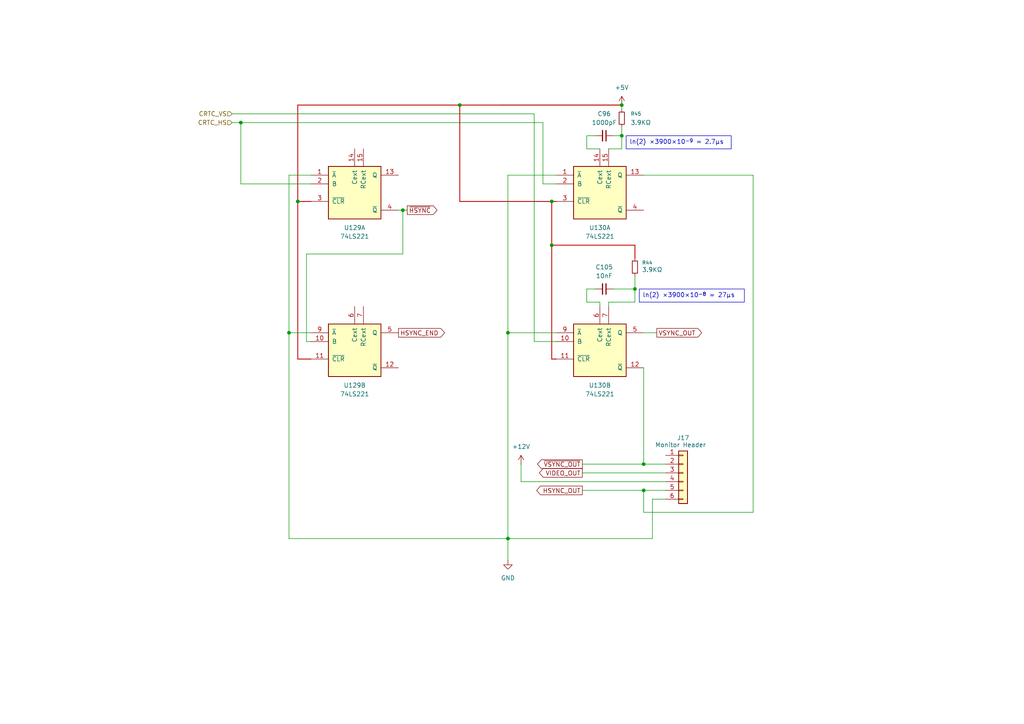
<source format=kicad_sch>
(kicad_sch (version 20250114) (generator "eeschema") (generator_version "9.0")
  (paper "A4")
  (lib_symbols
    (symbol "74xx:74LS221" (pin_names (offset 1.016))
      (property "Reference" "U" (at -7.62 8.89 0))
      (property "Value" "74LS221" (at -7.62 -8.89 0))
      (symbol "74LS221_1_0"
        (pin input line (at -12.7 5.08 0) (length 5.08) (name "~{A}") (number "1"))
        (pin input line (at -12.7 2.54 0) (length 5.08) (name "B") (number "2"))
        (pin input line (at -12.7 -2.54 0) (length 5.08) (name "~{CLR}") (number "3"))
        (pin input line (at 0 12.7 270) (length 5.08) (name "Cext") (number "14"))
        (pin input line (at 2.54 12.7 270) (length 5.08) (name "RCext") (number "15"))
        (pin output line (at 12.7 5.08 180) (length 5.08) (name "Q") (number "13"))
        (pin output line (at 12.7 -5.08 180) (length 5.08) (name "~{Q}") (number "4"))
      )
      (symbol "74LS221_1_1"
        (rectangle (start -7.62 7.62) (end 7.62 -7.62) (stroke (width 0.254)) (fill (type background)))
      )
      (symbol "74LS221_2_0"
        (pin input line (at -12.7 5.08 0) (length 5.08) (name "~{A}") (number "9"))
        (pin input line (at -12.7 2.54 0) (length 5.08) (name "B") (number "10"))
        (pin input line (at -12.7 -2.54 0) (length 5.08) (name "~{CLR}") (number "11"))
        (pin input line (at 0 12.7 270) (length 5.08) (name "Cext") (number "6"))
        (pin input line (at 2.54 12.7 270) (length 5.08) (name "RCext") (number "7"))
        (pin output line (at 12.7 5.08 180) (length 5.08) (name "Q") (number "5"))
        (pin output line (at 12.7 -5.08 180) (length 5.08) (name "~{Q}") (number "12"))
      )
      (symbol "74LS221_2_1"
        (rectangle (start -7.62 7.62) (end 7.62 -7.62) (stroke (width 0.254)) (fill (type background)))
      )
      (symbol "74LS221_3_0"
        (pin power_in line (at 0 12.7 270) (length 5.08) (name "VCC") (number "16"))
        (pin power_in line (at 0 -12.7 90) (length 5.08) (name "GND") (number "8"))
      )
      (symbol "74LS221_3_1"
        (rectangle (start -5.08 7.62) (end 5.08 -7.62) (stroke (width 0.254)) (fill (type background)))
      )
    )
    (symbol "Connector_Generic:Conn_01x06" (pin_names (offset 1.016) (hide yes))
      (property "Reference" "J" (at 0 7.62 0))
      (property "Value" "Conn_01x06" (at 0 -10.16 0))
      (symbol "Conn_01x06_1_1"
        (rectangle (start -1.27 6.35) (end 1.27 -8.89) (stroke (width 0.254)) (fill (type background)))
        (rectangle (start -1.27 5.207) (end 0 4.953) (stroke (width 0.1524)))
        (rectangle (start -1.27 2.667) (end 0 2.413) (stroke (width 0.1524)))
        (rectangle (start -1.27 0.127) (end 0 -0.127) (stroke (width 0.1524)))
        (rectangle (start -1.27 -2.413) (end 0 -2.667) (stroke (width 0.1524)))
        (rectangle (start -1.27 -4.953) (end 0 -5.207) (stroke (width 0.1524)))
        (rectangle (start -1.27 -7.493) (end 0 -7.747) (stroke (width 0.1524)))
        (pin passive line (at -5.08 5.08 0) (length 3.81) (name "Pin_1") (number "1"))
        (pin passive line (at -5.08 2.54 0) (length 3.81) (name "Pin_2") (number "2"))
        (pin passive line (at -5.08 0 0) (length 3.81) (name "Pin_3") (number "3"))
        (pin passive line (at -5.08 -2.54 0) (length 3.81) (name "Pin_4") (number "4"))
        (pin passive line (at -5.08 -5.08 0) (length 3.81) (name "Pin_5") (number "5"))
        (pin passive line (at -5.08 -7.62 0) (length 3.81) (name "Pin_6") (number "6"))
      )
    )
    (symbol "Device:C_Small" (pin_numbers (hide yes)) (pin_names (offset 0.254) (hide yes))
      (property "Reference" "C" (at 0.254 1.778 0))
      (property "Value" "C_Small" (at 0.254 -2.032 0))
      (symbol "C_Small_0_1"
        (polyline (pts (xy -1.524 0.508) (xy 1.524 0.508)) (stroke (width 0.3048)))
        (polyline (pts (xy -1.524 -0.508) (xy 1.524 -0.508)) (stroke (width 0.3302)))
      )
      (symbol "C_Small_1_1"
        (pin passive line (at 0 2.54 270) (length 2.032) (name "~") (number "1"))
        (pin passive line (at 0 -2.54 90) (length 2.032) (name "~") (number "2"))
      )
    )
    (symbol "R_Small_1" (pin_numbers (hide yes)) (pin_names (offset 0.254) (hide yes))
      (property "Reference" "R" (at 0 0 90))
      (property "Value" "R_Small" (at 1.778 0 90))
      (symbol "R_Small_1_0_1"
        (rectangle (start -0.762 1.778) (end 0.762 -1.778) (stroke (width 0.2032)))
      )
      (symbol "R_Small_1_1_1"
        (pin passive line (at 0 2.54 270) (length 0.762) (name "~") (number "1"))
        (pin passive line (at 0 -2.54 90) (length 0.762) (name "~") (number "2"))
      )
    )
    (symbol "power:+12V" (power) (pin_numbers (hide yes)) (pin_names (offset 0) (hide yes))
      (property "Value" "+12V" (at 0 3.556 0))
      (symbol "+12V_0_1"
        (polyline (pts (xy -0.762 1.27) (xy 0 2.54)))
        (polyline (pts (xy 0 2.54) (xy 0.762 1.27)))
        (polyline (pts (xy 0 0) (xy 0 2.54)))
      )
      (symbol "+12V_1_1"
        (pin power_in line (at 0 0 90) (length 0) (name "~") (number "1"))
      )
    )
    (symbol "power:+5V" (power) (pin_numbers (hide yes)) (pin_names (offset 0) (hide yes))
      (property "Value" "+5V" (at 0 3.556 0))
      (symbol "+5V_0_1"
        (polyline (pts (xy -0.762 1.27) (xy 0 2.54)))
        (polyline (pts (xy 0 2.54) (xy 0.762 1.27)))
        (polyline (pts (xy 0 0) (xy 0 2.54)))
      )
      (symbol "+5V_1_1"
        (pin power_in line (at 0 0 90) (length 0) (name "~") (number "1"))
      )
    )
    (symbol "power:GND" (power) (pin_numbers (hide yes)) (pin_names (offset 0) (hide yes))
      (property "Value" "GND" (at 0 -3.81 0))
      (symbol "GND_0_1"
        (polyline (pts (xy 0 0) (xy 0 -1.27) (xy 1.27 -1.27) (xy 0 -2.54) (xy -1.27 -1.27) (xy 0 -1.27)))
      )
      (symbol "GND_1_1"
        (pin power_in line (at 0 0 270) (length 0) (name "~") (number "1"))
      )
    )
  )
  (text_box "ln(2) ×3900×10^{−9} = 2.7μs" (at 181.61 39.37 0) (size 30.48 3.81) (margins 0.9525 0.9525 0.9525 0.9525) (effects (font (size 1.27 1.27)) (justify left top)))
  (text_box "ln(2) ×3900×10^{−8} = 27μs" (at 185.42 83.82 0) (size 30.48 3.81) (margins 0.9525 0.9525 0.9525 0.9525) (effects (font (size 1.27 1.27)) (justify left top)))
  (junction (at 69.85 35.56))
  (junction (at 186.69 134.62))
  (junction (at 116.84 60.96))
  (junction (at 186.69 142.24))
  (junction (at 180.34 39.37))
  (junction (at 86.36 58.42))
  (junction (at 83.82 96.52))
  (junction (at 160.02 71.12))
  (junction (at 184.15 83.82))
  (junction (at 180.34 30.48))
  (junction (at 160.02 58.42))
  (junction (at 133.35 30.48))
  (junction (at 147.32 96.52))
  (junction (at 147.32 156.21))
  (wire (pts (xy 189.23 144.78) (xy 189.23 156.21)))
  (wire (pts (xy 186.69 50.8) (xy 218.44 50.8)))
  (wire (pts (xy 83.82 96.52) (xy 90.17 96.52)))
  (wire (pts (xy 116.84 60.96) (xy 118.11 60.96)))
  (wire (pts (xy 83.82 156.21) (xy 147.32 156.21)))
  (wire (pts (xy 168.91 134.62) (xy 186.69 134.62)))
  (wire (pts (xy 157.48 53.34) (xy 157.48 35.56)))
  (wire (pts (xy 83.82 96.52) (xy 83.82 156.21)))
  (wire (pts (xy 151.13 134.62) (xy 151.13 139.7)))
  (wire (pts (xy 170.18 83.82) (xy 172.72 83.82)))
  (wire (pts (xy 180.34 36.83) (xy 180.34 39.37)))
  (wire (pts (xy 177.8 39.37) (xy 180.34 39.37)))
  (wire (pts (xy 180.34 43.18) (xy 176.53 43.18)))
  (wire (pts (xy 133.35 58.42) (xy 160.02 58.42)) (stroke (width 0.25) (color 194 0 0 1)))
  (wire (pts (xy 160.02 71.12) (xy 160.02 58.42)) (stroke (width 0.25) (color 194 0 0 1)))
  (wire (pts (xy 133.35 30.48) (xy 180.34 30.48)) (stroke (width 0.25) (color 194 0 0 1)))
  (wire (pts (xy 90.17 104.14) (xy 86.36 104.14)) (stroke (width 0.25) (color 194 0 0 1)))
  (wire (pts (xy 170.18 83.82) (xy 170.18 87.63)))
  (wire (pts (xy 67.31 33.02) (xy 154.94 33.02)))
  (wire (pts (xy 86.36 104.14) (xy 86.36 58.42)) (stroke (width 0.25) (color 194 0 0 1)))
  (wire (pts (xy 90.17 50.8) (xy 83.82 50.8)))
  (wire (pts (xy 184.15 87.63) (xy 184.15 83.82)))
  (wire (pts (xy 147.32 156.21) (xy 147.32 162.56)))
  (wire (pts (xy 115.57 60.96) (xy 116.84 60.96)))
  (wire (pts (xy 151.13 139.7) (xy 193.04 139.7)))
  (wire (pts (xy 116.84 60.96) (xy 116.84 73.66)))
  (wire (pts (xy 184.15 71.12) (xy 184.15 74.93)) (stroke (width 0.25) (color 194 0 0 1)))
  (wire (pts (xy 67.31 35.56) (xy 69.85 35.56)))
  (wire (pts (xy 176.53 87.63) (xy 184.15 87.63)))
  (wire (pts (xy 180.34 43.18) (xy 180.34 39.37)))
  (wire (pts (xy 147.32 50.8) (xy 147.32 96.52)))
  (wire (pts (xy 154.94 99.06) (xy 161.29 99.06)))
  (wire (pts (xy 154.94 33.02) (xy 154.94 99.06)))
  (wire (pts (xy 193.04 142.24) (xy 186.69 142.24)))
  (wire (pts (xy 161.29 104.14) (xy 160.02 104.14)) (stroke (width 0.25) (color 194 0 0 1)))
  (wire (pts (xy 186.69 142.24) (xy 186.69 148.59)))
  (wire (pts (xy 88.9 73.66) (xy 88.9 99.06)))
  (wire (pts (xy 69.85 53.34) (xy 90.17 53.34)))
  (wire (pts (xy 186.69 148.59) (xy 218.44 148.59)))
  (wire (pts (xy 86.36 30.48) (xy 133.35 30.48)) (stroke (width 0.25) (color 194 0 0 1)))
  (wire (pts (xy 147.32 96.52) (xy 147.32 156.21)))
  (wire (pts (xy 161.29 50.8) (xy 147.32 50.8)))
  (wire (pts (xy 168.91 137.16) (xy 193.04 137.16)))
  (wire (pts (xy 160.02 58.42) (xy 161.29 58.42)) (stroke (width 0.25) (color 194 0 0 1)))
  (wire (pts (xy 186.69 106.68) (xy 186.69 134.62)))
  (wire (pts (xy 170.18 87.63) (xy 173.99 87.63)))
  (wire (pts (xy 147.32 156.21) (xy 189.23 156.21)))
  (wire (pts (xy 133.35 30.48) (xy 133.35 58.42)) (stroke (width 0.25) (color 194 0 0 1)))
  (wire (pts (xy 170.18 43.18) (xy 173.99 43.18)))
  (wire (pts (xy 86.36 30.48) (xy 86.36 58.42)) (stroke (width 0.25) (color 194 0 0 1)))
  (wire (pts (xy 173.99 87.63) (xy 173.99 88.9)))
  (wire (pts (xy 69.85 35.56) (xy 69.85 53.34)))
  (wire (pts (xy 180.34 30.48) (xy 180.34 31.75)))
  (wire (pts (xy 176.53 87.63) (xy 176.53 88.9)))
  (wire (pts (xy 83.82 50.8) (xy 83.82 96.52)))
  (wire (pts (xy 193.04 144.78) (xy 189.23 144.78)))
  (wire (pts (xy 90.17 99.06) (xy 88.9 99.06)))
  (wire (pts (xy 184.15 80.01) (xy 184.15 83.82)))
  (wire (pts (xy 160.02 104.14) (xy 160.02 71.12)) (stroke (width 0.25) (color 194 0 0 1)))
  (wire (pts (xy 160.02 71.12) (xy 184.15 71.12)) (stroke (width 0.25) (color 194 0 0 1)))
  (wire (pts (xy 177.8 83.82) (xy 184.15 83.82)))
  (wire (pts (xy 157.48 35.56) (xy 69.85 35.56)))
  (wire (pts (xy 186.69 134.62) (xy 193.04 134.62)))
  (wire (pts (xy 116.84 73.66) (xy 88.9 73.66)))
  (wire (pts (xy 147.32 96.52) (xy 161.29 96.52)))
  (wire (pts (xy 170.18 39.37) (xy 170.18 43.18)))
  (wire (pts (xy 170.18 39.37) (xy 172.72 39.37)))
  (wire (pts (xy 218.44 50.8) (xy 218.44 148.59)))
  (wire (pts (xy 190.5 96.52) (xy 186.69 96.52)))
  (wire (pts (xy 161.29 53.34) (xy 157.48 53.34)))
  (wire (pts (xy 168.91 142.24) (xy 186.69 142.24)))
  (wire (pts (xy 86.36 58.42) (xy 90.17 58.42)) (stroke (width 0.25) (color 194 0 0 1)))
  (wire (pts (xy 180.34 30.48) (xy 144.78 30.48)))
  (global_label "VIDEO_OUT" (shape output) (at 168.91 137.16 180) (property "Intersheetrefs" "${INTERSHEET_REFS}" (effects (hide yes))))
  (global_label "VSYNC_OUT" (shape output) (at 190.5 96.52 0) (property "Intersheetrefs" "${INTERSHEET_REFS}" (effects (hide yes))))
  (global_label "HSYNC_END" (shape output) (at 115.57 96.52 0) (property "Intersheetrefs" "${INTERSHEET_REFS}" (effects (hide yes))))
  (global_label "~{HSYNC}" (shape output) (at 118.11 60.96 0) (property "Intersheetrefs" "${INTERSHEET_REFS}" (effects (hide yes))))
  (global_label "HSYNC_OUT" (shape output) (at 168.91 142.24 180) (property "Intersheetrefs" "${INTERSHEET_REFS}" (effects (hide yes))))
  (global_label "~{VSYNC_OUT}" (shape output) (at 168.91 134.62 180) (property "Intersheetrefs" "${INTERSHEET_REFS}" (effects (hide yes))))
  (hierarchical_label "CRTC_HS" (shape input) (at 67.31 35.56 180))
  (hierarchical_label "CRTC_VS" (shape input) (at 67.31 33.02 180))
  (symbol (lib_id "power:GND") (at 147.32 162.56 0) (unit 1)
    (property "Reference" "#PWR070" (effects (hide yes)))
    (property "Value" "GND" (at 147.32 167.64 0))
    (property "Description" "Power symbol creates a global label with name \"GND\" , ground" (effects (hide yes)))
  )
  (symbol (lib_id "Device:C_Small") (at 175.26 83.82 270) (unit 1)
    (property "Reference" "C105" (at 175.2536 77.47 90))
    (property "Value" "10nF" (at 175.2536 80.01 90))
    (property "Footprint" "Capacitor_THT:C_Axial_L3.8mm_D2.6mm_P10.00mm_Horizontal" (effects (hide yes)))
    (property "Description" "Unpolarized dipped metallized polyester film capacitor" (effects (hide yes)))
    (property "seq_partno" "1000 K 400 MKT" (effects (hide yes)))
  )
  (symbol (lib_name "R_Small_1") (lib_id "Device:R_Small") (at 180.34 34.29 180) (unit 1)
    (property "Reference" "R45" (at 182.88 33.0199 0) (effects (font (size 1.016 1.016)) (justify right)))
    (property "Value" "3.9KΩ" (at 182.88 35.5599 0) (effects (justify right)))
    (property "Footprint" "seequa_footprints:R_Seequa_Resistor" (effects (hide yes)))
    (property "Description" "Resistor, small symbol" (effects (hide yes)))
  )
  (symbol (lib_id "Connector_Generic:Conn_01x06") (at 198.12 137.16 0) (unit 1)
    (property "Reference" "J17" (at 196.342 127 0) (effects (justify left)))
    (property "Value" "Monitor Header" (at 189.992 129.032 0) (effects (justify left)))
    (property "Footprint" "Connector_PinHeader_2.54mm:PinHeader_1x06_P2.54mm_Horizontal" (effects (hide yes)))
    (property "Description" "Generic connector, single row, 01x06, script generated (kicad-library-utils/schlib/autogen/connector/)" (effects (hide yes)))
  )
  (symbol (lib_id "74xx:74LS221") (at 173.99 101.6 0) (unit 2)
    (property "Reference" "U130" (at 173.99 111.76 0))
    (property "Value" "74LS221" (at 173.99 114.3 0))
    (property "Footprint" "Package_DIP:DIP-16_W7.62mm" (effects (hide yes)))
    (property "Datasheet" "http://www.ti.com/lit/gpn/sn74LS221" (effects (hide yes)))
    (property "Description" "Dual Monostable" (effects (hide yes)))
  )
  (symbol (lib_id "74xx:74LS221") (at 102.87 55.88 0) (unit 1)
    (property "Reference" "U129" (at 102.87 66.04 0))
    (property "Value" "74LS221" (at 102.87 68.58 0))
    (property "Footprint" "Package_DIP:DIP-16_W7.62mm" (effects (hide yes)))
    (property "Datasheet" "http://www.ti.com/lit/gpn/sn74LS221" (effects (hide yes)))
    (property "Description" "Dual Monostable" (effects (hide yes)))
  )
  (symbol (lib_name "R_Small_1") (lib_id "Device:R_Small") (at 184.15 77.47 180) (unit 1)
    (property "Reference" "R44" (at 186.182 76.2 0) (effects (font (size 1.016 1.016)) (justify right)))
    (property "Value" "3.9KΩ" (at 186.182 78.232 0) (effects (justify right)))
    (property "Footprint" "seequa_footprints:R_Seequa_Resistor" (effects (hide yes)))
    (property "Description" "Resistor, small symbol" (effects (hide yes)))
    (property "seq_silkscreen" "R40" (effects (hide yes)))
    (property "seq_notes" "Green,Black,Black,Gold" (effects (hide yes)))
  )
  (symbol (lib_id "power:+5V") (at 180.34 30.48 0) (unit 1)
    (property "Reference" "#PWR073" (effects (hide yes)))
    (property "Value" "+5V" (at 180.34 25.4 0))
    (property "Description" "Power symbol creates a global label with name \"+5V\"" (effects (hide yes)))
  )
  (symbol (lib_id "74xx:74LS221") (at 102.87 101.6 0) (unit 2)
    (property "Reference" "U129" (at 102.87 111.76 0))
    (property "Value" "74LS221" (at 102.87 114.3 0))
    (property "Footprint" "Package_DIP:DIP-16_W7.62mm" (effects (hide yes)))
    (property "Datasheet" "http://www.ti.com/lit/gpn/sn74LS221" (effects (hide yes)))
    (property "Description" "Dual Monostable" (effects (hide yes)))
  )
  (symbol (lib_id "power:+12V") (at 151.13 134.62 0) (unit 1)
    (property "Reference" "#PWR071" (effects (hide yes)))
    (property "Value" "+12V" (at 151.13 129.54 0))
    (property "Description" "Power symbol creates a global label with name \"+12V\"" (effects (hide yes)))
  )
  (symbol (lib_id "74xx:74LS221") (at 173.99 55.88 0) (unit 1)
    (property "Reference" "U130" (at 173.99 66.04 0))
    (property "Value" "74LS221" (at 173.99 68.58 0))
    (property "Footprint" "Package_DIP:DIP-16_W7.62mm" (effects (hide yes)))
    (property "Datasheet" "http://www.ti.com/lit/gpn/sn74LS221" (effects (hide yes)))
    (property "Description" "Dual Monostable" (effects (hide yes)))
  )
  (symbol (lib_id "Device:C_Small") (at 175.26 39.37 270) (unit 1)
    (property "Reference" "C96" (at 175.2536 33.02 90))
    (property "Value" "1000pF" (at 175.2536 35.56 90))
    (property "Footprint" "Capacitor_THT:C_Axial_L3.8mm_D2.6mm_P10.00mm_Horizontal" (effects (hide yes)))
    (property "Description" "Unpolarized dipped metallized polyester film capacitor" (effects (hide yes)))
    (property "seq_partno" "1000 K 400 MKT" (effects (hide yes)))
  )
)
</source>
